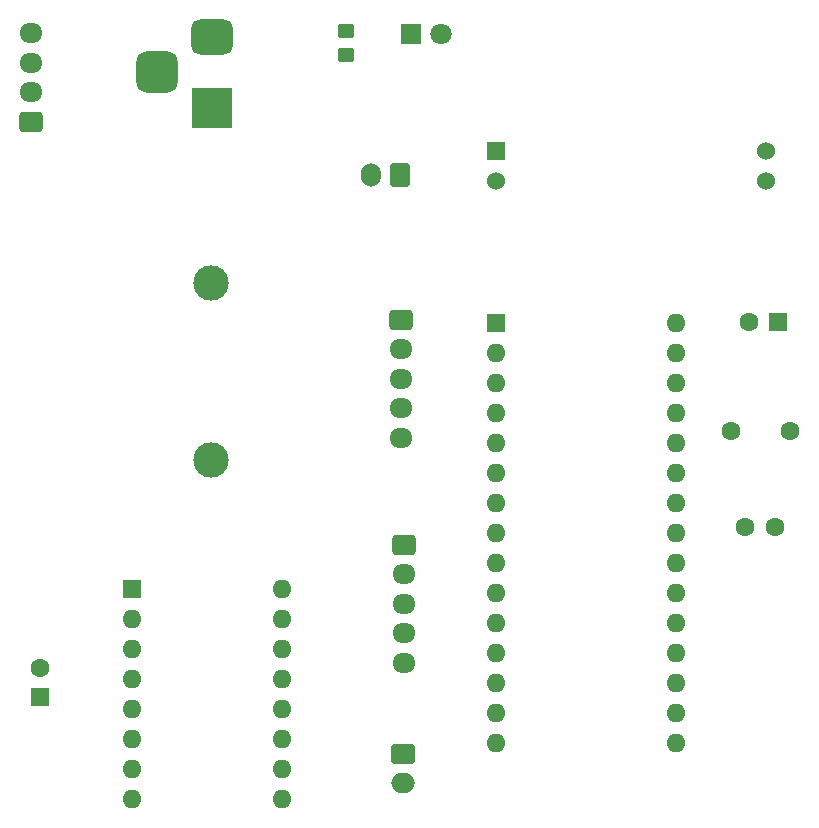
<source format=gts>
%TF.GenerationSoftware,KiCad,Pcbnew,(6.0.9)*%
%TF.CreationDate,2024-07-14T14:50:05-07:00*%
%TF.ProjectId,RA_Controller,52415f43-6f6e-4747-926f-6c6c65722e6b,rev?*%
%TF.SameCoordinates,Original*%
%TF.FileFunction,Soldermask,Top*%
%TF.FilePolarity,Negative*%
%FSLAX46Y46*%
G04 Gerber Fmt 4.6, Leading zero omitted, Abs format (unit mm)*
G04 Created by KiCad (PCBNEW (6.0.9)) date 2024-07-14 14:50:05*
%MOMM*%
%LPD*%
G01*
G04 APERTURE LIST*
G04 Aperture macros list*
%AMRoundRect*
0 Rectangle with rounded corners*
0 $1 Rounding radius*
0 $2 $3 $4 $5 $6 $7 $8 $9 X,Y pos of 4 corners*
0 Add a 4 corners polygon primitive as box body*
4,1,4,$2,$3,$4,$5,$6,$7,$8,$9,$2,$3,0*
0 Add four circle primitives for the rounded corners*
1,1,$1+$1,$2,$3*
1,1,$1+$1,$4,$5*
1,1,$1+$1,$6,$7*
1,1,$1+$1,$8,$9*
0 Add four rect primitives between the rounded corners*
20,1,$1+$1,$2,$3,$4,$5,0*
20,1,$1+$1,$4,$5,$6,$7,0*
20,1,$1+$1,$6,$7,$8,$9,0*
20,1,$1+$1,$8,$9,$2,$3,0*%
G04 Aperture macros list end*
%ADD10R,1.600000X1.600000*%
%ADD11C,1.600000*%
%ADD12O,1.600000X1.600000*%
%ADD13RoundRect,0.250000X-0.750000X0.600000X-0.750000X-0.600000X0.750000X-0.600000X0.750000X0.600000X0*%
%ADD14O,2.000000X1.700000*%
%ADD15C,3.000000*%
%ADD16RoundRect,0.250000X-0.725000X0.600000X-0.725000X-0.600000X0.725000X-0.600000X0.725000X0.600000X0*%
%ADD17O,1.950000X1.700000*%
%ADD18R,1.524000X1.524000*%
%ADD19C,1.524000*%
%ADD20RoundRect,0.250000X0.600000X0.750000X-0.600000X0.750000X-0.600000X-0.750000X0.600000X-0.750000X0*%
%ADD21O,1.700000X2.000000*%
%ADD22RoundRect,0.250000X0.450000X-0.350000X0.450000X0.350000X-0.450000X0.350000X-0.450000X-0.350000X0*%
%ADD23R,3.500000X3.500000*%
%ADD24RoundRect,0.750000X-1.000000X0.750000X-1.000000X-0.750000X1.000000X-0.750000X1.000000X0.750000X0*%
%ADD25RoundRect,0.875000X-0.875000X0.875000X-0.875000X-0.875000X0.875000X-0.875000X0.875000X0.875000X0*%
%ADD26RoundRect,0.250000X0.725000X-0.600000X0.725000X0.600000X-0.725000X0.600000X-0.725000X-0.600000X0*%
%ADD27R,1.800000X1.800000*%
%ADD28C,1.800000*%
G04 APERTURE END LIST*
D10*
%TO.C,C1*%
X118999000Y-107354380D03*
D11*
X118999000Y-104854380D03*
%TD*%
%TO.C,C3*%
X182499000Y-84836000D03*
X177499000Y-84836000D03*
%TD*%
D10*
%TO.C,A2*%
X126756000Y-98171000D03*
D12*
X126756000Y-100711000D03*
X126756000Y-103251000D03*
X126756000Y-105791000D03*
X126756000Y-108331000D03*
X126756000Y-110871000D03*
X126756000Y-113411000D03*
X126756000Y-115951000D03*
X139456000Y-115951000D03*
X139456000Y-113411000D03*
X139456000Y-110871000D03*
X139456000Y-108331000D03*
X139456000Y-105791000D03*
X139456000Y-103251000D03*
X139456000Y-100711000D03*
X139456000Y-98171000D03*
%TD*%
D13*
%TO.C,J3*%
X149733000Y-112141000D03*
D14*
X149733000Y-114641000D03*
%TD*%
D15*
%TO.C,F1*%
X133445000Y-72256000D03*
X133445000Y-87256000D03*
%TD*%
D10*
%TO.C,C2*%
X181483000Y-75565000D03*
D11*
X178983000Y-75565000D03*
%TD*%
D16*
%TO.C,J1*%
X149506000Y-75391000D03*
D17*
X149506000Y-77891000D03*
X149506000Y-80391000D03*
X149506000Y-82891000D03*
X149506000Y-85391000D03*
%TD*%
D10*
%TO.C,A1*%
X157617000Y-75692000D03*
D12*
X157617000Y-78232000D03*
X157617000Y-80772000D03*
X157617000Y-83312000D03*
X157617000Y-85852000D03*
X157617000Y-88392000D03*
X157617000Y-90932000D03*
X157617000Y-93472000D03*
X157617000Y-96012000D03*
X157617000Y-98552000D03*
X157617000Y-101092000D03*
X157617000Y-103632000D03*
X157617000Y-106172000D03*
X157617000Y-108712000D03*
X157617000Y-111252000D03*
X172857000Y-111252000D03*
X172857000Y-108712000D03*
X172857000Y-106172000D03*
X172857000Y-103632000D03*
X172857000Y-101092000D03*
X172857000Y-98552000D03*
X172857000Y-96012000D03*
X172857000Y-93472000D03*
X172857000Y-90932000D03*
X172857000Y-88392000D03*
X172857000Y-85852000D03*
X172857000Y-83312000D03*
X172857000Y-80772000D03*
X172857000Y-78232000D03*
X172857000Y-75692000D03*
%TD*%
D11*
%TO.C,C4*%
X181209000Y-92964000D03*
X178709000Y-92964000D03*
%TD*%
D18*
%TO.C,U1*%
X157607000Y-61087000D03*
D19*
X157607000Y-63627000D03*
X180467000Y-61087000D03*
X180467000Y-63627000D03*
%TD*%
D20*
%TO.C,J6*%
X149479000Y-63119000D03*
D21*
X146979000Y-63119000D03*
%TD*%
D22*
%TO.C,R1*%
X144907000Y-52959000D03*
X144907000Y-50959000D03*
%TD*%
D23*
%TO.C,J5*%
X133545500Y-57435000D03*
D24*
X133545500Y-51435000D03*
D25*
X128845500Y-54435000D03*
%TD*%
D16*
%TO.C,J2*%
X149760000Y-94441000D03*
D17*
X149760000Y-96941000D03*
X149760000Y-99441000D03*
X149760000Y-101941000D03*
X149760000Y-104441000D03*
%TD*%
D26*
%TO.C,J4*%
X118220000Y-58614000D03*
D17*
X118220000Y-56114000D03*
X118220000Y-53614000D03*
X118220000Y-51114000D03*
%TD*%
D27*
%TO.C,D1*%
X150363000Y-51181000D03*
D28*
X152903000Y-51181000D03*
%TD*%
M02*

</source>
